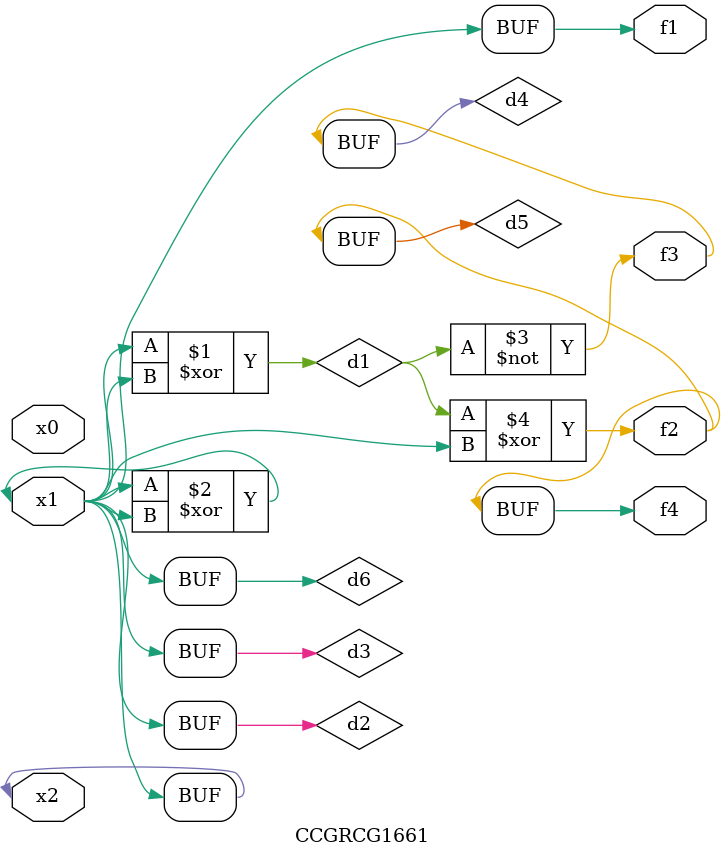
<source format=v>
module CCGRCG1661(
	input x0, x1, x2,
	output f1, f2, f3, f4
);

	wire d1, d2, d3, d4, d5, d6;

	xor (d1, x1, x2);
	buf (d2, x1, x2);
	xor (d3, x1, x2);
	nor (d4, d1);
	xor (d5, d1, d2);
	buf (d6, d2, d3);
	assign f1 = d6;
	assign f2 = d5;
	assign f3 = d4;
	assign f4 = d5;
endmodule

</source>
